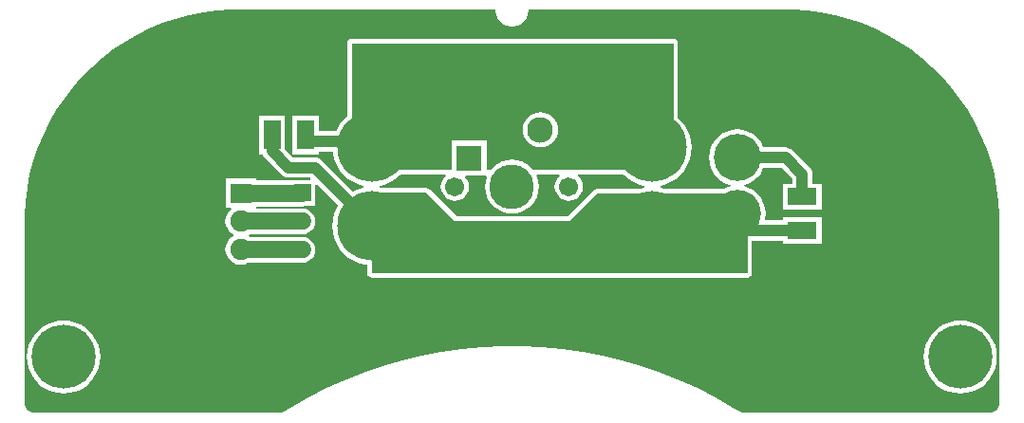
<source format=gtl>
G04*
G04 #@! TF.GenerationSoftware,Altium Limited,Altium Designer,20.0.9 (164)*
G04*
G04 Layer_Physical_Order=1*
G04 Layer_Color=255*
%FSLAX25Y25*%
%MOIN*%
G70*
G01*
G75*
%ADD17R,0.05906X0.10236*%
%ADD18R,0.10236X0.05906*%
%ADD24C,0.15700*%
%ADD25C,0.06700*%
%ADD26C,0.09055*%
%ADD27R,0.09055X0.09055*%
%ADD28C,0.00315*%
%ADD34C,0.03937*%
%ADD35C,0.05906*%
%ADD36C,0.24410*%
%ADD37R,0.07480X0.07087*%
%ADD38C,0.07480*%
%ADD39R,0.05906X0.05906*%
%ADD40C,0.05906*%
%ADD41C,0.16535*%
%ADD42C,0.01575*%
%ADD43C,0.22441*%
G36*
X103793Y62672D02*
X108648Y62033D01*
X113452Y61077D01*
X118183Y59809D01*
X122820Y58235D01*
X127345Y56361D01*
X131737Y54195D01*
X135979Y51746D01*
X140051Y49025D01*
X143937Y46044D01*
X147619Y42814D01*
X151082Y39351D01*
X154311Y35669D01*
X157293Y31784D01*
X160014Y27711D01*
X162462Y23470D01*
X164629Y19077D01*
X166503Y14552D01*
X168077Y9915D01*
X169345Y5184D01*
X170300Y381D01*
X170940Y-4475D01*
X171260Y-9362D01*
Y-11811D01*
Y-74803D01*
Y-75191D01*
X171108Y-75951D01*
X170812Y-76668D01*
X170381Y-77313D01*
X169833Y-77861D01*
X169188Y-78292D01*
X168471Y-78589D01*
X167711Y-78740D01*
X167323Y-78740D01*
X80685D01*
X77672Y-76861D01*
X71517Y-73319D01*
X65201Y-70074D01*
X58739Y-67132D01*
X52144Y-64499D01*
X45431Y-62183D01*
X38616Y-60188D01*
X31715Y-58518D01*
X24741Y-57178D01*
X17712Y-56170D01*
X10643Y-55497D01*
X3551Y-55160D01*
X-3551D01*
X-10643Y-55497D01*
X-17712Y-56170D01*
X-24741Y-57178D01*
X-31715Y-58518D01*
X-38616Y-60188D01*
X-45431Y-62183D01*
X-52144Y-64499D01*
X-58739Y-67132D01*
X-65202Y-70074D01*
X-71517Y-73319D01*
X-77672Y-76861D01*
X-80685Y-78740D01*
X-167711D01*
X-168471Y-78589D01*
X-169188Y-78292D01*
X-169833Y-77861D01*
X-170381Y-77313D01*
X-170812Y-76668D01*
X-171108Y-75951D01*
X-171260Y-75191D01*
Y-74803D01*
Y-11811D01*
X-171260Y-9362D01*
X-170940Y-4475D01*
X-170300Y381D01*
X-169345Y5184D01*
X-168077Y9915D01*
X-166503Y14552D01*
X-164629Y19077D01*
X-162462Y23470D01*
X-160014Y27711D01*
X-157293Y31784D01*
X-154311Y35669D01*
X-151082Y39351D01*
X-147619Y42814D01*
X-143937Y46044D01*
X-140051Y49025D01*
X-135979Y51746D01*
X-131738Y54195D01*
X-127345Y56361D01*
X-122820Y58235D01*
X-118183Y59809D01*
X-113452Y61077D01*
X-108648Y62033D01*
X-103793Y62672D01*
X-98905Y62992D01*
X-96457Y62992D01*
X-5906Y62992D01*
X-5877Y62413D01*
X-5651Y61278D01*
X-5208Y60208D01*
X-4565Y59246D01*
X-3746Y58427D01*
X-2784Y57784D01*
X-1714Y57341D01*
X-579Y57115D01*
X579D01*
X1714Y57341D01*
X2784Y57784D01*
X3746Y58427D01*
X4565Y59246D01*
X5208Y60208D01*
X5651Y61278D01*
X5877Y62413D01*
X5906Y62992D01*
X98905D01*
X103793Y62672D01*
D02*
G37*
%LPC*%
G36*
X56693Y52812D02*
X-56299D01*
X-56924Y52688D01*
X-57453Y52335D01*
X-57806Y51805D01*
X-57931Y51181D01*
Y25275D01*
X-59004Y24359D01*
X-60415Y22706D01*
X-61551Y20854D01*
X-61767Y20332D01*
X-67888D01*
Y25616D01*
X-76994D01*
Y12179D01*
X-67888D01*
Y13133D01*
X-62947D01*
X-62889Y12401D01*
X-62382Y10288D01*
X-61551Y8280D01*
X-60415Y6428D01*
X-59004Y4775D01*
X-57352Y3364D01*
X-55499Y2229D01*
X-53492Y1397D01*
X-52022Y1044D01*
Y530D01*
X-53492Y178D01*
X-55499Y-654D01*
X-55851Y-870D01*
X-66746Y10025D01*
X-67492Y10597D01*
X-68360Y10957D01*
X-69291Y11080D01*
X-76856D01*
X-79699Y13923D01*
Y25616D01*
X-88805D01*
Y12179D01*
X-87615D01*
X-87369Y11586D01*
X-86797Y10841D01*
X-80892Y4935D01*
X-80146Y4363D01*
X-79278Y4004D01*
X-78347Y3881D01*
X-70868D01*
X-70665Y3625D01*
X-70883Y3135D01*
X-73324D01*
X-73622Y3175D01*
X-73921Y3135D01*
X-78175D01*
Y3017D01*
X-89935D01*
Y3568D01*
X-100616D01*
Y-6718D01*
X-98745D01*
X-98575Y-7218D01*
X-99084Y-7609D01*
X-99940Y-8724D01*
X-100478Y-10023D01*
X-100662Y-11417D01*
X-100478Y-12811D01*
X-99940Y-14110D01*
X-99084Y-15226D01*
X-97992Y-16064D01*
X-97953Y-16333D01*
Y-16344D01*
X-97992Y-16613D01*
X-99084Y-17451D01*
X-99940Y-18567D01*
X-100478Y-19866D01*
X-100662Y-21260D01*
X-100478Y-22654D01*
X-99940Y-23953D01*
X-99084Y-25069D01*
X-97969Y-25924D01*
X-96670Y-26463D01*
X-95276Y-26646D01*
X-93881Y-26463D01*
X-92787Y-26009D01*
X-73622D01*
X-72434Y-25853D01*
X-71326Y-25394D01*
X-70375Y-24664D01*
X-69645Y-23713D01*
X-69187Y-22606D01*
X-69030Y-21417D01*
X-69187Y-20229D01*
X-69645Y-19121D01*
X-70375Y-18170D01*
X-71326Y-17440D01*
X-72434Y-16982D01*
X-73622Y-16825D01*
X-92276D01*
X-92557Y-16439D01*
X-92307Y-16077D01*
X-92233Y-16009D01*
X-73622D01*
X-72434Y-15853D01*
X-71326Y-15394D01*
X-70375Y-14664D01*
X-69645Y-13713D01*
X-69187Y-12606D01*
X-69030Y-11417D01*
X-69187Y-10229D01*
X-69645Y-9121D01*
X-70375Y-8170D01*
X-71326Y-7440D01*
X-72434Y-6982D01*
X-73622Y-6825D01*
X-89480D01*
X-89935Y-6718D01*
Y-6167D01*
X-73779D01*
X-72591Y-6010D01*
X-72494Y-5970D01*
X-69069D01*
Y-1716D01*
X-69030Y-1417D01*
X-69069Y-1119D01*
Y1515D01*
X-68607Y1706D01*
X-61036Y-5865D01*
X-61551Y-6706D01*
X-62382Y-8713D01*
X-62889Y-10826D01*
X-63060Y-12992D01*
X-62889Y-15158D01*
X-62382Y-17271D01*
X-61551Y-19279D01*
X-60415Y-21131D01*
X-59004Y-22784D01*
X-57352Y-24195D01*
X-55499Y-25330D01*
X-53492Y-26162D01*
X-51379Y-26669D01*
X-50844Y-26711D01*
Y-29528D01*
X-50720Y-30152D01*
X-50366Y-30681D01*
X-49837Y-31035D01*
X-49213Y-31159D01*
X82677D01*
X83302Y-31035D01*
X83831Y-30681D01*
X84184Y-30152D01*
X84308Y-29528D01*
Y-18166D01*
X95250D01*
Y-19120D01*
X108687D01*
Y-10014D01*
X95250D01*
Y-10968D01*
X89184D01*
X88871Y-10468D01*
X89049Y-8661D01*
X88859Y-6727D01*
X88295Y-4867D01*
X87378Y-3153D01*
X86145Y-1650D01*
X84643Y-417D01*
X82928Y499D01*
X81542Y920D01*
Y1442D01*
X82928Y1863D01*
X84643Y2779D01*
X86145Y4012D01*
X87378Y5515D01*
X88295Y7229D01*
X88354Y7424D01*
X94572D01*
X98369Y3627D01*
Y1797D01*
X95250D01*
Y-7309D01*
X108687D01*
Y1797D01*
X105568D01*
Y5118D01*
X105445Y6050D01*
X105086Y6918D01*
X104514Y7663D01*
X98608Y13569D01*
X97863Y14141D01*
X96995Y14500D01*
X96063Y14623D01*
X88354D01*
X88295Y14818D01*
X87378Y16532D01*
X86145Y18035D01*
X84643Y19268D01*
X82928Y20184D01*
X81068Y20749D01*
X79134Y20939D01*
X77200Y20749D01*
X75339Y20184D01*
X73625Y19268D01*
X72123Y18035D01*
X70890Y16532D01*
X69973Y14818D01*
X69409Y12958D01*
X69218Y11024D01*
X69409Y9089D01*
X69973Y7229D01*
X70890Y5515D01*
X72123Y4012D01*
X73625Y2779D01*
X75339Y1863D01*
X76726Y1442D01*
Y920D01*
X75339Y499D01*
X74327Y-42D01*
X54021D01*
X53492Y178D01*
X52022Y530D01*
Y1044D01*
X53492Y1397D01*
X55499Y2229D01*
X57352Y3364D01*
X59004Y4775D01*
X60415Y6428D01*
X61551Y8280D01*
X62382Y10288D01*
X62889Y12401D01*
X63060Y14567D01*
X62889Y16733D01*
X62382Y18846D01*
X61551Y20854D01*
X60415Y22706D01*
X59004Y24359D01*
X58324Y24939D01*
Y51181D01*
X58200Y51805D01*
X57846Y52335D01*
X57317Y52688D01*
X56693Y52812D01*
D02*
G37*
G36*
X157480Y-46195D02*
X155469Y-46353D01*
X153506Y-46824D01*
X151642Y-47597D01*
X149921Y-48651D01*
X148387Y-49962D01*
X147076Y-51496D01*
X146022Y-53217D01*
X145250Y-55081D01*
X144779Y-57043D01*
X144620Y-59055D01*
X144779Y-61067D01*
X145250Y-63029D01*
X146022Y-64894D01*
X147076Y-66614D01*
X148387Y-68149D01*
X149921Y-69459D01*
X151642Y-70514D01*
X153506Y-71286D01*
X155469Y-71757D01*
X157480Y-71915D01*
X159492Y-71757D01*
X161454Y-71286D01*
X163319Y-70514D01*
X165039Y-69459D01*
X166574Y-68149D01*
X167884Y-66614D01*
X168939Y-64894D01*
X169711Y-63029D01*
X170182Y-61067D01*
X170340Y-59055D01*
X170182Y-57043D01*
X169711Y-55081D01*
X168939Y-53217D01*
X167884Y-51496D01*
X166574Y-49962D01*
X165039Y-48651D01*
X163319Y-47597D01*
X161454Y-46824D01*
X159492Y-46353D01*
X157480Y-46195D01*
D02*
G37*
G36*
X-157480D02*
X-159492Y-46353D01*
X-161454Y-46824D01*
X-163319Y-47597D01*
X-165039Y-48651D01*
X-166574Y-49962D01*
X-167884Y-51496D01*
X-168939Y-53217D01*
X-169711Y-55081D01*
X-170182Y-57043D01*
X-170340Y-59055D01*
X-170182Y-61067D01*
X-169711Y-63029D01*
X-168939Y-64894D01*
X-167884Y-66614D01*
X-166574Y-68149D01*
X-165039Y-69459D01*
X-163319Y-70514D01*
X-161454Y-71286D01*
X-159492Y-71757D01*
X-157480Y-71915D01*
X-155469Y-71757D01*
X-153506Y-71286D01*
X-151642Y-70514D01*
X-149921Y-69459D01*
X-148387Y-68149D01*
X-147076Y-66614D01*
X-146022Y-64894D01*
X-145250Y-63029D01*
X-144779Y-61067D01*
X-144620Y-59055D01*
X-144779Y-57043D01*
X-145250Y-55081D01*
X-146022Y-53217D01*
X-147076Y-51496D01*
X-148387Y-49962D01*
X-149921Y-48651D01*
X-151642Y-47597D01*
X-153506Y-46824D01*
X-155469Y-46353D01*
X-157480Y-46195D01*
D02*
G37*
%LPD*%
G36*
X56693Y7087D02*
X56299Y6693D01*
X7378D01*
X6714Y7502D01*
X5275Y8683D01*
X3634Y9560D01*
X1853Y10101D01*
X0Y10283D01*
X-1853Y10101D01*
X-3634Y9560D01*
X-5275Y8683D01*
X-6714Y7502D01*
X-7378Y6693D01*
X-8872D01*
Y16915D01*
X-21128D01*
Y6693D01*
X-56299D01*
Y51181D01*
X56693D01*
Y7087D01*
D02*
G37*
G36*
X39421Y4775D02*
X41073Y3364D01*
X42926Y2229D01*
X44934Y1397D01*
X46403Y1044D01*
Y530D01*
X44934Y178D01*
X44404Y-42D01*
X29823D01*
X29199Y-166D01*
X28669Y-520D01*
X19503Y-9686D01*
X-19324D01*
X-28846Y-164D01*
X-29376Y190D01*
X-30000Y314D01*
X-45502D01*
X-46403Y530D01*
Y1044D01*
X-44934Y1397D01*
X-42926Y2229D01*
X-41073Y3364D01*
X-39421Y4775D01*
X-39176Y5062D01*
X-23339D01*
X-23178Y4588D01*
X-23530Y4318D01*
X-24324Y3284D01*
X-24823Y2080D01*
X-24993Y787D01*
X-24823Y-505D01*
X-24324Y-1709D01*
X-23530Y-2743D01*
X-22496Y-3536D01*
X-21292Y-4035D01*
X-20000Y-4205D01*
X-18708Y-4035D01*
X-17504Y-3536D01*
X-16470Y-2743D01*
X-15676Y-1709D01*
X-15177Y-505D01*
X-15007Y787D01*
X-15177Y2080D01*
X-15676Y3284D01*
X-16348Y4160D01*
X-16138Y4660D01*
X-9212D01*
X-9154Y4628D01*
X-8849Y4169D01*
X-9313Y2640D01*
X-9496Y787D01*
X-9313Y-1065D01*
X-8773Y-2847D01*
X-7895Y-4488D01*
X-6714Y-5927D01*
X-5275Y-7108D01*
X-3634Y-7986D01*
X-1853Y-8526D01*
X0Y-8708D01*
X1853Y-8526D01*
X3634Y-7986D01*
X5275Y-7108D01*
X6714Y-5927D01*
X7895Y-4488D01*
X8773Y-2847D01*
X9313Y-1065D01*
X9496Y787D01*
X9313Y2640D01*
X8773Y4421D01*
X8660Y4633D01*
X8917Y5062D01*
X16661D01*
X16822Y4588D01*
X16470Y4318D01*
X15676Y3284D01*
X15177Y2080D01*
X15007Y787D01*
X15177Y-505D01*
X15676Y-1709D01*
X16470Y-2743D01*
X17504Y-3536D01*
X18708Y-4035D01*
X20000Y-4205D01*
X21292Y-4035D01*
X22496Y-3536D01*
X23530Y-2743D01*
X24324Y-1709D01*
X24823Y-505D01*
X24993Y787D01*
X24823Y2080D01*
X24324Y3284D01*
X23530Y4318D01*
X23178Y4588D01*
X23339Y5062D01*
X39176D01*
X39421Y4775D01*
D02*
G37*
G36*
X-20000Y-11317D02*
X20179D01*
X29823Y-1673D01*
X82677D01*
Y-29528D01*
X-49213D01*
Y-1317D01*
X-30000D01*
X-20000Y-11317D01*
D02*
G37*
%LPC*%
G36*
X10000Y26945D02*
X8799Y26826D01*
X7644Y26476D01*
X6579Y25907D01*
X5646Y25141D01*
X4880Y24208D01*
X4312Y23144D01*
X3961Y21989D01*
X3843Y20787D01*
X3961Y19586D01*
X4312Y18431D01*
X4880Y17367D01*
X5646Y16434D01*
X6579Y15668D01*
X7644Y15099D01*
X8799Y14749D01*
X10000Y14630D01*
X11201Y14749D01*
X12356Y15099D01*
X13421Y15668D01*
X14354Y16434D01*
X15120Y17367D01*
X15688Y18431D01*
X16039Y19586D01*
X16157Y20787D01*
X16039Y21989D01*
X15688Y23144D01*
X15120Y24208D01*
X14354Y25141D01*
X13421Y25907D01*
X12356Y26476D01*
X11201Y26826D01*
X10000Y26945D01*
D02*
G37*
%LPD*%
D17*
X-84252Y18898D02*
D03*
X-72441D02*
D03*
D18*
X101969Y-2756D02*
D03*
Y-14567D02*
D03*
D24*
X0Y787D02*
D03*
D25*
X-20000D02*
D03*
X20000D02*
D03*
D26*
X10000Y20787D02*
D03*
D27*
X-15000Y10787D02*
D03*
D28*
X0Y787D02*
D03*
D34*
X86024Y11024D02*
X96063D01*
X79134D02*
X86024D01*
X96063D02*
X101969Y5118D01*
Y-2756D02*
Y5118D01*
X62598Y-14567D02*
X101969D01*
X56299Y-20866D02*
X62598Y-14567D01*
X-72441Y17717D02*
Y18898D01*
Y17717D02*
X-71457Y16732D01*
X-51378D01*
X-49213Y14567D01*
Y-12992D02*
Y-12598D01*
X-78347Y7480D02*
X-69291D01*
X-49213Y-12598D01*
X-84252Y13386D02*
X-78347Y7480D01*
X-84252Y13386D02*
Y18898D01*
D35*
X-95118Y-21417D02*
X-73622D01*
X-95276Y-21260D02*
X-95118Y-21417D01*
X-95276Y-11417D02*
X-73622D01*
X-95276Y-1575D02*
X-73779D01*
X-73622Y-1417D01*
D36*
X49213Y-12992D02*
D03*
Y14567D02*
D03*
X-49213D02*
D03*
Y-12992D02*
D03*
D37*
X-95276Y-1575D02*
D03*
D38*
Y-11417D02*
D03*
Y-21260D02*
D03*
D39*
X-73622Y-1417D02*
D03*
D40*
Y-11417D02*
D03*
Y-21417D02*
D03*
D41*
X79134Y11024D02*
D03*
Y-8661D02*
D03*
D42*
X41732Y-5512D02*
D03*
X42126Y-20866D02*
D03*
X56299D02*
D03*
X56693Y-5512D02*
D03*
Y22047D02*
D03*
X56299Y6693D02*
D03*
X42126D02*
D03*
X41732Y22047D02*
D03*
X-56693D02*
D03*
X-56299Y6693D02*
D03*
X-42126D02*
D03*
X-41732Y22047D02*
D03*
Y-5512D02*
D03*
X-42126Y-20866D02*
D03*
X-56299D02*
D03*
X-56693Y-5512D02*
D03*
X79134Y-15551D02*
D03*
Y-1673D02*
D03*
X72244Y-8760D02*
D03*
X86024Y-8661D02*
D03*
Y11024D02*
D03*
X72244Y10925D02*
D03*
X79134Y18012D02*
D03*
Y4134D02*
D03*
D43*
X-157480Y-59055D02*
D03*
X157480D02*
D03*
M02*

</source>
